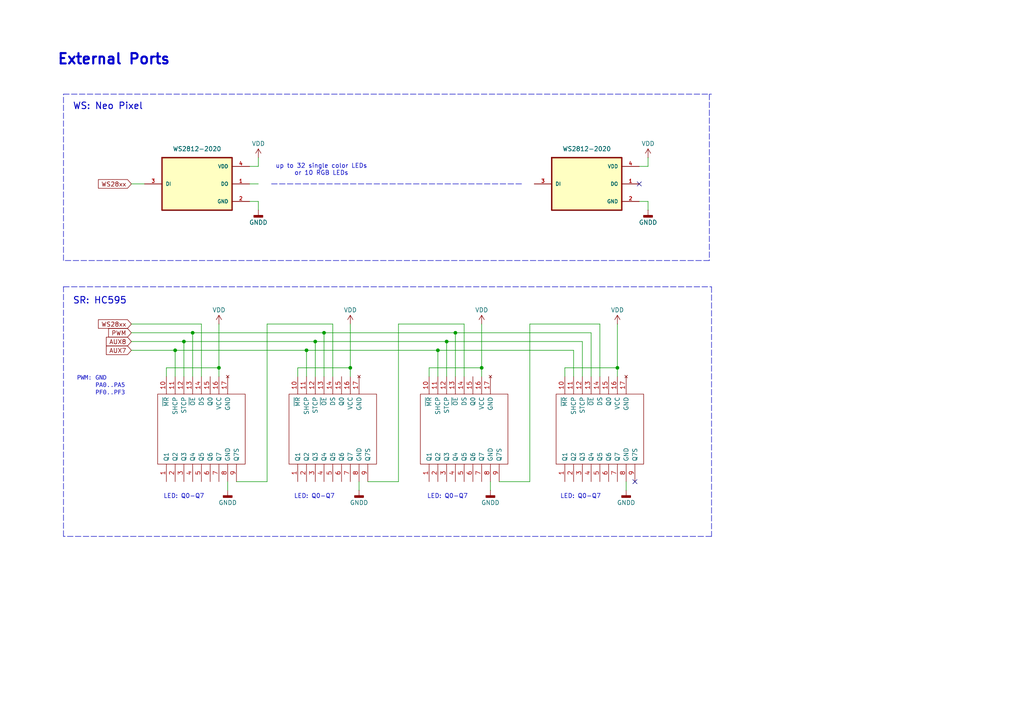
<source format=kicad_sch>
(kicad_sch (version 20250114) (generator "eeschema") (generator_version "9.0")
  (paper "A4")
  (title_block (title "RTB D97 FN Decoder Toolkit") (date "2025-11-22") (rev "0") (company "Frank Schumacher") (comment 1 "'naked' DCC decoder project") (comment 2 "D97.0") (comment 4 "Licensed under the Apache License, Version 2"))
  (lib_symbols
    (symbol "RTB:74HC595BQ,115" (pin_names (offset 0.762))
      (property "Reference" "IC" (at 26.67 7.62 0))
      (property "Value" "74HC595BQ,115" (at 26.67 5.08 0))
      (symbol "74HC595BQ,115_0_0"
        (pin tri_state line (at 0 0 0) (length 5.08) (name "Q1") (number "1"))
        (pin tri_state line (at 0 -2.54 0) (length 5.08) (name "Q2") (number "2"))
        (pin tri_state line (at 0 -5.08 0) (length 5.08) (name "Q3") (number "3"))
        (pin tri_state line (at 0 -7.62 0) (length 5.08) (name "Q4") (number "4"))
        (pin tri_state line (at 0 -10.16 0) (length 5.08) (name "Q5") (number "5"))
        (pin tri_state line (at 0 -12.7 0) (length 5.08) (name "Q6") (number "6"))
        (pin tri_state line (at 0 -15.24 0) (length 5.08) (name "Q7") (number "7"))
        (pin power_in line (at 0 -17.78 0) (length 5.08) (name "GND") (number "8"))
        (pin output line (at 0 -20.32 0) (length 5.08) (name "Q7S") (number "9"))
        (pin input line (at 30.48 0 180) (length 5.08) (name "~{MR}") (number "10"))
        (pin input line (at 30.48 -2.54 180) (length 5.08) (name "SHCP") (number "11"))
        (pin input line (at 30.48 -5.08 180) (length 5.08) (name "STCP") (number "12"))
        (pin input line (at 30.48 -7.62 180) (length 5.08) (name "~{OE}") (number "13"))
        (pin input line (at 30.48 -10.16 180) (length 5.08) (name "DS") (number "14"))
        (pin tri_state line (at 30.48 -12.7 180) (length 5.08) (name "Q0") (number "15"))
        (pin power_in line (at 30.48 -15.24 180) (length 5.08) (name "VCC") (number "16"))
        (pin no_connect line (at 30.48 -17.78 180) (length 5.08) (name "GND") (number "17"))
      )
      (symbol "74HC595BQ,115_0_1"
        (polyline (pts (xy 5.08 2.54) (xy 25.4 2.54) (xy 25.4 -22.86) (xy 5.08 -22.86) (xy 5.08 2.54)) (stroke (width 0.1524)))
      )
    )
    (symbol "RTB:WS2812-2020" (pin_names (offset 1.016))
      (property "Reference" "U" (at -10.16 7.62 0))
      (property "Value" "WS2812-2020" (at -10.16 -10.16 0))
      (symbol "WS2812-2020_0_0"
        (rectangle (start -10.16 -7.62) (end 10.16 7.62) (stroke (width 0.4064)) (fill (type background)))
        (pin input line (at -15.24 0 0) (length 5.08) (name "DI") (number "3"))
        (pin power_in line (at 15.24 5.08 180) (length 5.08) (name "VDD") (number "4"))
        (pin output line (at 15.24 0 180) (length 5.08) (name "DO") (number "1"))
        (pin power_in line (at 15.24 -5.08 180) (length 5.08) (name "GND") (number "2"))
      )
    )
    (symbol "power:GNDD" (power) (pin_numbers (hide yes)) (pin_names (offset 0) (hide yes))
      (property "Value" "GNDD" (at 0 -3.175 0))
      (symbol "GNDD_0_1"
        (rectangle (start -1.27 -1.524) (end 1.27 -2.032) (stroke (width 0.254)) (fill (type outline)))
        (polyline (pts (xy 0 0) (xy 0 -1.524)))
      )
      (symbol "GNDD_1_1"
        (pin power_in line (at 0 0 270) (length 0) (name "~") (number "1"))
      )
    )
    (symbol "power:VDD" (power) (pin_numbers (hide yes)) (pin_names (offset 0) (hide yes))
      (property "Value" "VDD" (at 0 3.556 0))
      (symbol "VDD_0_1"
        (polyline (pts (xy -0.762 1.27) (xy 0 2.54)))
        (polyline (pts (xy 0 2.54) (xy 0.762 1.27)))
        (polyline (pts (xy 0 0) (xy 0 2.54)))
      )
      (symbol "VDD_1_1"
        (pin power_in line (at 0 0 90) (length 0) (name "~") (number "1"))
      )
    )
  )
  (text "PWM: GND\n     PA0..PA5\n     PF0..PF3" (at 22.352 112.268 0) (effects (font (size 1.27 1.27)) (justify left)))
  (text "LED: Q0-Q7" (at 53.34 144.018 0) (effects (font (size 1.27 1.27))))
  (text "up to 32 single color LEDs\nor 10 RGB LEDs" (at 93.218 49.276 0) (effects (font (size 1.27 1.27))))
  (text "WS: Neo Pixel" (at 21.082 32.004 0) (effects (font (size 1.905 1.905) (thickness 0.254) (bold yes)) (justify left bottom)))
  (text "External Ports" (at 16.51 19.05 0) (effects (font (size 2.9972 2.9972) (thickness 0.5994) (bold yes)) (justify left bottom)))
  (text "LED: Q0-Q7" (at 168.402 144.018 0) (effects (font (size 1.27 1.27))))
  (text "SR: HC595" (at 21.082 88.392 0) (effects (font (size 1.905 1.905) (thickness 0.254) (bold yes)) (justify left bottom)))
  (text "LED: Q0-Q7" (at 129.794 144.018 0) (effects (font (size 1.27 1.27))))
  (text "LED: Q0-Q7" (at 91.186 144.018 0) (effects (font (size 1.27 1.27))))
  (junction (at 93.98 96.52))
  (junction (at 127 101.6))
  (junction (at 101.6 106.68))
  (junction (at 91.44 99.06))
  (junction (at 139.7 106.68))
  (junction (at 88.9 101.6))
  (junction (at 179.07 106.68))
  (junction (at 53.34 99.06))
  (junction (at 132.08 96.52))
  (junction (at 129.54 99.06))
  (junction (at 63.5 106.68))
  (junction (at 50.8 101.6))
  (junction (at 55.88 96.52))
  (no_connect (at 185.42 53.34))
  (no_connect (at 184.15 139.7))
  (wire (pts (xy 93.98 96.52) (xy 93.98 109.22)))
  (wire (pts (xy 144.78 139.7) (xy 153.67 139.7)))
  (polyline (pts (xy 78.74 53.34) (xy 151.765 53.34)) (stroke (width 0) (type dash)))
  (polyline (pts (xy 18.415 155.575) (xy 18.415 83.185)) (stroke (width 0) (type dash)))
  (wire (pts (xy 166.37 101.6) (xy 166.37 109.22)))
  (wire (pts (xy 55.88 109.22) (xy 55.88 96.52)))
  (wire (pts (xy 93.98 96.52) (xy 132.08 96.52)))
  (wire (pts (xy 142.24 139.7) (xy 142.24 142.24)))
  (wire (pts (xy 86.36 106.68) (xy 101.6 106.68)))
  (wire (pts (xy 106.68 139.7) (xy 115.57 139.7)))
  (wire (pts (xy 163.83 106.68) (xy 179.07 106.68)))
  (polyline (pts (xy 205.74 75.565) (xy 18.415 75.565)) (stroke (width 0) (type dash)))
  (wire (pts (xy 187.96 58.42) (xy 187.96 60.96)))
  (wire (pts (xy 72.39 48.26) (xy 74.93 48.26)))
  (wire (pts (xy 91.44 99.06) (xy 91.44 109.22)))
  (wire (pts (xy 53.34 109.22) (xy 53.34 99.06)))
  (wire (pts (xy 179.07 106.68) (xy 179.07 109.22)))
  (wire (pts (xy 53.34 99.06) (xy 91.44 99.06)))
  (wire (pts (xy 48.26 109.22) (xy 48.26 106.68)))
  (polyline (pts (xy 206.375 83.185) (xy 206.375 155.575)) (stroke (width 0) (type dash)))
  (wire (pts (xy 127 101.6) (xy 166.37 101.6)))
  (wire (pts (xy 168.91 109.22) (xy 168.91 99.06)))
  (wire (pts (xy 88.9 101.6) (xy 127 101.6)))
  (wire (pts (xy 185.42 58.42) (xy 187.96 58.42)))
  (wire (pts (xy 171.45 96.52) (xy 171.45 109.22)))
  (polyline (pts (xy 205.74 27.305) (xy 205.74 75.565)) (stroke (width 0) (type dash)))
  (wire (pts (xy 132.08 96.52) (xy 132.08 109.22)))
  (polyline (pts (xy 18.415 83.185) (xy 18.415 83.185)))
  (wire (pts (xy 38.1 93.98) (xy 58.42 93.98)))
  (wire (pts (xy 68.58 139.7) (xy 77.47 139.7)))
  (wire (pts (xy 132.08 96.52) (xy 171.45 96.52)))
  (wire (pts (xy 58.42 93.98) (xy 58.42 109.22)))
  (wire (pts (xy 187.96 45.72) (xy 187.96 48.26)))
  (wire (pts (xy 50.8 101.6) (xy 88.9 101.6)))
  (wire (pts (xy 104.14 139.7) (xy 104.14 142.24)))
  (wire (pts (xy 66.04 139.7) (xy 66.04 142.24)))
  (wire (pts (xy 86.36 109.22) (xy 86.36 106.68)))
  (wire (pts (xy 74.93 58.42) (xy 74.93 60.96)))
  (wire (pts (xy 139.7 106.68) (xy 139.7 109.22)))
  (wire (pts (xy 153.67 93.98) (xy 173.99 93.98)))
  (wire (pts (xy 124.46 106.68) (xy 139.7 106.68)))
  (wire (pts (xy 134.62 93.98) (xy 134.62 109.22)))
  (wire (pts (xy 115.57 93.98) (xy 134.62 93.98)))
  (wire (pts (xy 72.39 58.42) (xy 74.93 58.42)))
  (wire (pts (xy 91.44 99.06) (xy 129.54 99.06)))
  (wire (pts (xy 63.5 106.68) (xy 63.5 109.22)))
  (wire (pts (xy 38.1 99.06) (xy 53.34 99.06)))
  (wire (pts (xy 101.6 106.68) (xy 101.6 109.22)))
  (polyline (pts (xy 206.375 155.575) (xy 18.415 155.575)) (stroke (width 0) (type dash)))
  (wire (pts (xy 48.26 106.68) (xy 63.5 106.68)))
  (wire (pts (xy 96.52 93.98) (xy 96.52 109.22)))
  (wire (pts (xy 185.42 48.26) (xy 187.96 48.26)))
  (wire (pts (xy 115.57 139.7) (xy 115.57 93.98)))
  (wire (pts (xy 38.1 53.34) (xy 41.91 53.34)))
  (polyline (pts (xy 18.415 75.565) (xy 18.415 27.305)) (stroke (width 0) (type dash)))
  (wire (pts (xy 38.1 101.6) (xy 50.8 101.6)))
  (polyline (pts (xy 18.415 27.305) (xy 206.375 27.305)) (stroke (width 0) (type dash)))
  (wire (pts (xy 153.67 139.7) (xy 153.67 93.98)))
  (wire (pts (xy 72.39 53.34) (xy 74.93 53.34)))
  (wire (pts (xy 139.7 93.98) (xy 139.7 106.68)))
  (wire (pts (xy 163.83 109.22) (xy 163.83 106.68)))
  (wire (pts (xy 124.46 109.22) (xy 124.46 106.68)))
  (wire (pts (xy 63.5 93.98) (xy 63.5 106.68)))
  (wire (pts (xy 101.6 93.98) (xy 101.6 106.68)))
  (wire (pts (xy 74.93 45.72) (xy 74.93 48.26)))
  (wire (pts (xy 55.88 96.52) (xy 93.98 96.52)))
  (wire (pts (xy 77.47 139.7) (xy 77.47 93.98)))
  (wire (pts (xy 173.99 93.98) (xy 173.99 109.22)))
  (polyline (pts (xy 18.415 83.185) (xy 206.375 83.185)) (stroke (width 0) (type dash)))
  (wire (pts (xy 179.07 93.98) (xy 179.07 106.68)))
  (wire (pts (xy 127 101.6) (xy 127 109.22)))
  (wire (pts (xy 77.47 93.98) (xy 96.52 93.98)))
  (wire (pts (xy 50.8 109.22) (xy 50.8 101.6)))
  (wire (pts (xy 181.61 139.7) (xy 181.61 142.24)))
  (wire (pts (xy 129.54 99.06) (xy 168.91 99.06)))
  (wire (pts (xy 38.1 96.52) (xy 55.88 96.52)))
  (wire (pts (xy 88.9 101.6) (xy 88.9 109.22)))
  (wire (pts (xy 129.54 109.22) (xy 129.54 99.06)))
  (global_label "PWM" (shape input) (at 38.1 96.52 180) (property "Intersheetrefs" "${INTERSHEET_REFS}" (effects (hide yes))))
  (global_label "AUX7" (shape input) (at 38.1 101.6 180) (property "Intersheetrefs" "${INTERSHEET_REFS}" (effects (hide yes))))
  (global_label "WS28xx" (shape input) (at 38.1 53.34 180) (property "Intersheetrefs" "${INTERSHEET_REFS}" (effects (hide yes))))
  (global_label "WS28xx" (shape input) (at 38.1 93.98 180) (property "Intersheetrefs" "${INTERSHEET_REFS}" (effects (hide yes))))
  (global_label "AUX8" (shape input) (at 38.1 99.06 180) (property "Intersheetrefs" "${INTERSHEET_REFS}" (effects (hide yes))))
  (symbol (lib_id "power:VDD") (at 139.7 93.98 0) (unit 1)
    (property "Reference" "#PWR015" (effects (hide yes)))
    (property "Value" "VDD" (at 139.7 89.916 0))
    (property "Description" "Power symbol creates a global label with name \"VDD\"" (effects (hide yes)))
  )
  (symbol (lib_id "RTB:74HC595BQ,115") (at 48.26 139.7 90) (unit 1)
    (property "Reference" "IC1" (effects (hide yes)))
    (property "Value" "74HC595BQ,115" (effects (hide yes)))
    (property "Footprint" "74HC595BQ115" (effects (hide yes)))
    (property "Datasheet" "https://componentsearchengine.com/Datasheets/1/74HC595BQ,115.pdf" (effects (hide yes)))
    (property "Description" "8-bit SIPO shift register,3-state, QFN16" (effects (hide yes)))
    (property "Description_1" "8-bit SIPO shift register,3-state, QFN16" (effects (hide yes)))
    (property "Height" "1" (effects (hide yes)))
    (property "Mouser Part Number" "771-74HC595BQ-G" (effects (hide yes)))
    (property "Mouser Price/Stock" "https://www.mouser.com/Search/Refine.aspx?Keyword=771-74HC595BQ-G" (effects (hide yes)))
    (property "Manufacturer_Name" "Nexperia" (effects (hide yes)))
    (property "Manufacturer_Part_Number" "74HC595BQ,115" (effects (hide yes)))
  )
  (symbol (lib_id "power:GNDD") (at 74.93 60.96 0) (unit 1)
    (property "Reference" "#PWR022" (effects (hide yes)))
    (property "Value" "GNDD" (at 74.93 64.516 0))
    (property "Description" "Power symbol creates a global label with name \"GNDD\" , digital ground" (effects (hide yes)))
  )
  (symbol (lib_id "power:GNDD") (at 181.61 142.24 0) (unit 1)
    (property "Reference" "#PWR028" (effects (hide yes)))
    (property "Value" "GNDD" (at 181.61 145.796 0))
    (property "Description" "Power symbol creates a global label with name \"GNDD\" , digital ground" (effects (hide yes)))
  )
  (symbol (lib_id "RTB:74HC595BQ,115") (at 163.83 139.7 90) (unit 1)
    (property "Reference" "IC5" (effects (hide yes)))
    (property "Value" "74HC595BQ,115" (effects (hide yes)))
    (property "Footprint" "74HC595BQ115" (effects (hide yes)))
    (property "Datasheet" "https://componentsearchengine.com/Datasheets/1/74HC595BQ,115.pdf" (effects (hide yes)))
    (property "Description" "8-bit SIPO shift register,3-state, QFN16" (effects (hide yes)))
    (property "Description_1" "8-bit SIPO shift register,3-state, QFN16" (effects (hide yes)))
    (property "Height" "1" (effects (hide yes)))
    (property "Mouser Part Number" "771-74HC595BQ-G" (effects (hide yes)))
    (property "Mouser Price/Stock" "https://www.mouser.com/Search/Refine.aspx?Keyword=771-74HC595BQ-G" (effects (hide yes)))
    (property "Manufacturer_Name" "Nexperia" (effects (hide yes)))
    (property "Manufacturer_Part_Number" "74HC595BQ,115" (effects (hide yes)))
  )
  (symbol (lib_id "power:GNDD") (at 66.04 142.24 0) (unit 1)
    (property "Reference" "#PWR08" (effects (hide yes)))
    (property "Value" "GNDD" (at 66.04 145.796 0))
    (property "Description" "Power symbol creates a global label with name \"GNDD\" , digital ground" (effects (hide yes)))
  )
  (symbol (lib_id "power:GNDD") (at 187.96 60.96 0) (unit 1)
    (property "Reference" "#PWR024" (effects (hide yes)))
    (property "Value" "GNDD" (at 187.96 64.516 0))
    (property "Description" "Power symbol creates a global label with name \"GNDD\" , digital ground" (effects (hide yes)))
  )
  (symbol (lib_id "power:GNDD") (at 104.14 142.24 0) (unit 1)
    (property "Reference" "#PWR025" (effects (hide yes)))
    (property "Value" "GNDD" (at 104.14 145.796 0))
    (property "Description" "Power symbol creates a global label with name \"GNDD\" , digital ground" (effects (hide yes)))
  )
  (symbol (lib_id "RTB:WS2812-2020") (at 170.18 53.34 0) (unit 1)
    (property "Reference" "U5" (effects (hide yes)))
    (property "Value" "WS2812-2020" (at 170.18 43.18 0))
    (property "Footprint" "RTB:WS2812-2020" (effects (hide yes)))
    (property "MF" "Worldsemi" (effects (hide yes)))
    (property "MAXIMUM_PACKAGE_HEIGHT" "0.84 mm" (effects (hide yes)))
    (property "Package" "Package" (effects (hide yes)))
    (property "Price" "None" (effects (hide yes)))
    (property "Check_prices" "https://www.snapeda.com/parts/WS2812-2020/Worldsemi/view-part/?ref=eda" (effects (hide yes)))
    (property "STANDARD" "Manufacturer Recommendations" (effects (hide yes)))
    (property "PARTREV" "V1.3" (effects (hide yes)))
    (property "SnapEDA_Link" "https://www.snapeda.com/parts/WS2812-2020/Worldsemi/view-part/?ref=snap" (effects (hide yes)))
    (property "MP" "WS2812-2020" (effects (hide yes)))
    (property "Description_1" "\\nIntelligent control LED light source, SMD-4\\n" (effects (hide yes)))
    (property "MANUFACTURER" "Worldsemi" (effects (hide yes)))
    (property "Availability" "Not in stock" (effects (hide yes)))
    (property "SNAPEDA_PN" "WS2812-2020" (effects (hide yes)))
  )
  (symbol (lib_id "power:VDD") (at 74.93 45.72 0) (unit 1)
    (property "Reference" "#PWR021" (effects (hide yes)))
    (property "Value" "VDD" (at 74.93 41.656 0))
    (property "Description" "Power symbol creates a global label with name \"VDD\"" (effects (hide yes)))
  )
  (symbol (lib_id "power:VDD") (at 101.6 93.98 0) (unit 1)
    (property "Reference" "#PWR09" (effects (hide yes)))
    (property "Value" "VDD" (at 101.6 89.916 0))
    (property "Description" "Power symbol creates a global label with name \"VDD\"" (effects (hide yes)))
  )
  (symbol (lib_id "power:VDD") (at 187.96 45.72 0) (unit 1)
    (property "Reference" "#PWR023" (effects (hide yes)))
    (property "Value" "VDD" (at 187.96 41.656 0))
    (property "Description" "Power symbol creates a global label with name \"VDD\"" (effects (hide yes)))
  )
  (symbol (lib_id "power:VDD") (at 179.07 93.98 0) (unit 1)
    (property "Reference" "#PWR027" (effects (hide yes)))
    (property "Value" "VDD" (at 179.07 89.916 0))
    (property "Description" "Power symbol creates a global label with name \"VDD\"" (effects (hide yes)))
  )
  (symbol (lib_id "RTB:74HC595BQ,115") (at 86.36 139.7 90) (unit 1)
    (property "Reference" "IC3" (effects (hide yes)))
    (property "Value" "74HC595BQ,115" (effects (hide yes)))
    (property "Footprint" "74HC595BQ115" (effects (hide yes)))
    (property "Datasheet" "https://componentsearchengine.com/Datasheets/1/74HC595BQ,115.pdf" (effects (hide yes)))
    (property "Description" "8-bit SIPO shift register,3-state, QFN16" (effects (hide yes)))
    (property "Description_1" "8-bit SIPO shift register,3-state, QFN16" (effects (hide yes)))
    (property "Height" "1" (effects (hide yes)))
    (property "Mouser Part Number" "771-74HC595BQ-G" (effects (hide yes)))
    (property "Mouser Price/Stock" "https://www.mouser.com/Search/Refine.aspx?Keyword=771-74HC595BQ-G" (effects (hide yes)))
    (property "Manufacturer_Name" "Nexperia" (effects (hide yes)))
    (property "Manufacturer_Part_Number" "74HC595BQ,115" (effects (hide yes)))
  )
  (symbol (lib_id "RTB:WS2812-2020") (at 57.15 53.34 0) (unit 1)
    (property "Reference" "U4" (effects (hide yes)))
    (property "Value" "WS2812-2020" (at 57.15 43.18 0))
    (property "Footprint" "RTB:WS2812-2020" (effects (hide yes)))
    (property "MF" "Worldsemi" (effects (hide yes)))
    (property "MAXIMUM_PACKAGE_HEIGHT" "0.84 mm" (effects (hide yes)))
    (property "Package" "Package" (effects (hide yes)))
    (property "Price" "None" (effects (hide yes)))
    (property "Check_prices" "https://www.snapeda.com/parts/WS2812-2020/Worldsemi/view-part/?ref=eda" (effects (hide yes)))
    (property "STANDARD" "Manufacturer Recommendations" (effects (hide yes)))
    (property "PARTREV" "V1.3" (effects (hide yes)))
    (property "SnapEDA_Link" "https://www.snapeda.com/parts/WS2812-2020/Worldsemi/view-part/?ref=snap" (effects (hide yes)))
    (property "MP" "WS2812-2020" (effects (hide yes)))
    (property "Description_1" "\\nIntelligent control LED light source, SMD-4\\n" (effects (hide yes)))
    (property "MANUFACTURER" "Worldsemi" (effects (hide yes)))
    (property "Availability" "Not in stock" (effects (hide yes)))
    (property "SNAPEDA_PN" "WS2812-2020" (effects (hide yes)))
  )
  (symbol (lib_id "RTB:74HC595BQ,115") (at 124.46 139.7 90) (unit 1)
    (property "Reference" "IC4" (effects (hide yes)))
    (property "Value" "74HC595BQ,115" (effects (hide yes)))
    (property "Footprint" "74HC595BQ115" (effects (hide yes)))
    (property "Datasheet" "https://componentsearchengine.com/Datasheets/1/74HC595BQ,115.pdf" (effects (hide yes)))
    (property "Description" "8-bit SIPO shift register,3-state, QFN16" (effects (hide yes)))
    (property "Description_1" "8-bit SIPO shift register,3-state, QFN16" (effects (hide yes)))
    (property "Height" "1" (effects (hide yes)))
    (property "Mouser Part Number" "771-74HC595BQ-G" (effects (hide yes)))
    (property "Mouser Price/Stock" "https://www.mouser.com/Search/Refine.aspx?Keyword=771-74HC595BQ-G" (effects (hide yes)))
    (property "Manufacturer_Name" "Nexperia" (effects (hide yes)))
    (property "Manufacturer_Part_Number" "74HC595BQ,115" (effects (hide yes)))
  )
  (symbol (lib_id "power:GNDD") (at 142.24 142.24 0) (unit 1)
    (property "Reference" "#PWR026" (effects (hide yes)))
    (property "Value" "GNDD" (at 142.24 145.796 0))
    (property "Description" "Power symbol creates a global label with name \"GNDD\" , digital ground" (effects (hide yes)))
  )
  (symbol (lib_id "power:VDD") (at 63.5 93.98 0) (unit 1)
    (property "Reference" "#PWR07" (effects (hide yes)))
    (property "Value" "VDD" (at 63.5 89.916 0))
    (property "Description" "Power symbol creates a global label with name \"VDD\"" (effects (hide yes)))
  )
)
</source>
